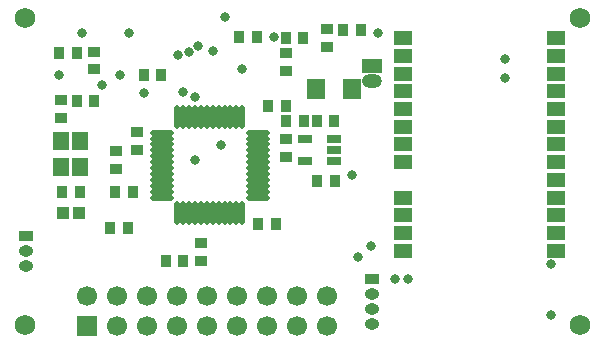
<source format=gbs>
G04 Layer_Color=16711935*
%FSLAX42Y42*%
%MOMM*%
G71*
G01*
G75*
%ADD54R,1.10X0.90*%
%ADD55R,1.00X1.10*%
%ADD61R,0.90X1.10*%
%ADD71R,1.50X1.70*%
%ADD72O,1.20X0.95*%
%ADD73R,1.20X0.95*%
%ADD74C,1.73*%
%ADD75C,1.70*%
%ADD76R,1.70X1.70*%
%ADD77O,1.70X1.20*%
%ADD78R,1.70X1.20*%
%ADD79C,0.80*%
%ADD80R,1.35X1.60*%
%ADD81R,1.30X0.80*%
%ADD82O,2.00X0.50*%
%ADD83O,0.50X2.00*%
%ADD84R,1.50X1.20*%
D54*
X9875Y7628D02*
D03*
Y7478D02*
D03*
X8435Y7372D02*
D03*
Y7522D02*
D03*
X9153Y6597D02*
D03*
Y6747D02*
D03*
X7970Y7957D02*
D03*
Y7807D02*
D03*
X8612Y7532D02*
D03*
Y7682D02*
D03*
X10220Y8405D02*
D03*
Y8555D02*
D03*
X9870Y8205D02*
D03*
Y8355D02*
D03*
X8250Y8365D02*
D03*
Y8215D02*
D03*
D55*
X7982Y6997D02*
D03*
X8122D02*
D03*
D61*
X10282Y7780D02*
D03*
X10132D02*
D03*
X10135Y7268D02*
D03*
X10285D02*
D03*
X9875Y7780D02*
D03*
X10025D02*
D03*
X8535Y6870D02*
D03*
X8385D02*
D03*
X9635Y6910D02*
D03*
X9785D02*
D03*
X8855Y6597D02*
D03*
X9005D02*
D03*
X9872Y7905D02*
D03*
X9722D02*
D03*
X7978Y7175D02*
D03*
X8128D02*
D03*
X7950Y8353D02*
D03*
X8100D02*
D03*
X8818Y8170D02*
D03*
X8668D02*
D03*
X8250Y7947D02*
D03*
X8100D02*
D03*
X8578Y7180D02*
D03*
X8428D02*
D03*
X10505Y8550D02*
D03*
X10355D02*
D03*
X10020Y8480D02*
D03*
X9870D02*
D03*
X9625Y8490D02*
D03*
X9475D02*
D03*
D71*
X10430Y8050D02*
D03*
X10130D02*
D03*
D72*
X7670Y6551D02*
D03*
Y6676D02*
D03*
X10600Y6062D02*
D03*
Y6187D02*
D03*
Y6313D02*
D03*
D73*
X7670Y6801D02*
D03*
X10600Y6438D02*
D03*
D74*
X7660Y6050D02*
D03*
Y8650D02*
D03*
X12360D02*
D03*
Y6050D02*
D03*
D75*
X8190Y6299D02*
D03*
X8444Y6045D02*
D03*
Y6299D02*
D03*
X8698Y6045D02*
D03*
Y6299D02*
D03*
X8952Y6045D02*
D03*
Y6299D02*
D03*
X9206Y6045D02*
D03*
Y6299D02*
D03*
X9460Y6045D02*
D03*
Y6299D02*
D03*
X9714Y6045D02*
D03*
Y6299D02*
D03*
X9968Y6045D02*
D03*
X9968Y6299D02*
D03*
X10222Y6045D02*
D03*
Y6299D02*
D03*
D76*
X8190Y6045D02*
D03*
D77*
X10600Y8118D02*
D03*
D78*
Y8242D02*
D03*
D79*
X11730Y8140D02*
D03*
X8540Y8520D02*
D03*
X8675Y8012D02*
D03*
X9253Y8372D02*
D03*
X8962Y8340D02*
D03*
X10480Y6630D02*
D03*
X10590Y6720D02*
D03*
X8150Y8520D02*
D03*
X8312Y8080D02*
D03*
X8468Y8170D02*
D03*
X9325Y7575D02*
D03*
X9003Y8020D02*
D03*
X9100Y7985D02*
D03*
X7950Y8172D02*
D03*
X9130Y8410D02*
D03*
X9050Y8360D02*
D03*
X9500Y8220D02*
D03*
X9355Y8655D02*
D03*
X9770Y8490D02*
D03*
X10650Y8520D02*
D03*
X10430Y7325D02*
D03*
X9100Y7450D02*
D03*
X11730Y8300D02*
D03*
X12120Y6570D02*
D03*
X10905Y6445D02*
D03*
X10800D02*
D03*
X12120Y6134D02*
D03*
D80*
X7970Y7390D02*
D03*
Y7610D02*
D03*
X8130D02*
D03*
Y7390D02*
D03*
D81*
X10038Y7630D02*
D03*
X10038Y7440D02*
D03*
X10278Y7440D02*
D03*
Y7535D02*
D03*
Y7630D02*
D03*
D82*
X8822Y7130D02*
D03*
Y7180D02*
D03*
Y7230D02*
D03*
Y7280D02*
D03*
Y7330D02*
D03*
Y7380D02*
D03*
Y7430D02*
D03*
Y7480D02*
D03*
Y7530D02*
D03*
Y7580D02*
D03*
Y7630D02*
D03*
Y7680D02*
D03*
X9632D02*
D03*
Y7630D02*
D03*
Y7580D02*
D03*
Y7530D02*
D03*
Y7480D02*
D03*
Y7430D02*
D03*
Y7380D02*
D03*
Y7330D02*
D03*
Y7280D02*
D03*
Y7230D02*
D03*
Y7180D02*
D03*
Y7130D02*
D03*
D83*
X8953Y7810D02*
D03*
X9003D02*
D03*
X9053D02*
D03*
X9103D02*
D03*
X9153D02*
D03*
X9203D02*
D03*
X9253D02*
D03*
X9303D02*
D03*
X9353D02*
D03*
X9403D02*
D03*
X9453D02*
D03*
X9503D02*
D03*
Y7000D02*
D03*
X9453D02*
D03*
X9403D02*
D03*
X9353D02*
D03*
X9303D02*
D03*
X9253D02*
D03*
X9203D02*
D03*
X9153D02*
D03*
X9103D02*
D03*
X9053D02*
D03*
X9003D02*
D03*
X8953D02*
D03*
D84*
X12160Y8480D02*
D03*
Y8330D02*
D03*
Y8180D02*
D03*
X12160Y8030D02*
D03*
X12160Y7880D02*
D03*
Y7730D02*
D03*
Y7580D02*
D03*
Y7430D02*
D03*
Y7280D02*
D03*
Y7130D02*
D03*
X12160Y6980D02*
D03*
X12160Y6830D02*
D03*
X12160Y6680D02*
D03*
X10860D02*
D03*
X10860Y6830D02*
D03*
X10860Y6980D02*
D03*
X10860Y7130D02*
D03*
Y7430D02*
D03*
Y7580D02*
D03*
Y7730D02*
D03*
Y7880D02*
D03*
X10860Y8030D02*
D03*
X10860Y8180D02*
D03*
Y8330D02*
D03*
Y8480D02*
D03*
M02*

</source>
